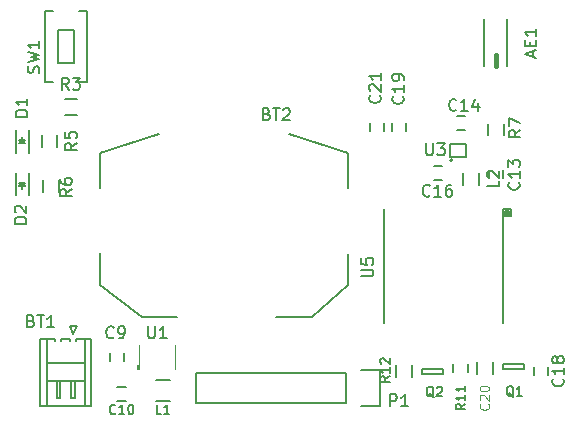
<source format=gto>
G04 #@! TF.FileFunction,Legend,Top*
%FSLAX46Y46*%
G04 Gerber Fmt 4.6, Leading zero omitted, Abs format (unit mm)*
G04 Created by KiCad (PCBNEW 4.0.5+dfsg1-4~bpo8+1) date Wed Oct 25 14:31:00 2017*
%MOMM*%
%LPD*%
G01*
G04 APERTURE LIST*
%ADD10C,0.100000*%
%ADD11C,0.150000*%
%ADD12C,0.200000*%
%ADD13C,0.400000*%
G04 APERTURE END LIST*
D10*
D11*
X93150000Y-88450000D02*
X93150000Y-88300000D01*
X93150000Y-88300000D02*
X94450000Y-88300000D01*
X94450000Y-88300000D02*
X94450000Y-93900000D01*
X94450000Y-93900000D02*
X90100000Y-93900000D01*
X90100000Y-93900000D02*
X90100000Y-88300000D01*
X90100000Y-88300000D02*
X91400000Y-88300000D01*
X91400000Y-88300000D02*
X91400000Y-88450000D01*
X93900000Y-91800000D02*
X90650000Y-91800000D01*
X93900000Y-90300000D02*
X90650000Y-90300000D01*
X93900000Y-93900000D02*
X93900000Y-88300000D01*
X90650000Y-93900000D02*
X90650000Y-88300000D01*
X92900000Y-91800000D02*
X93050000Y-91800000D01*
X93050000Y-91800000D02*
X93050000Y-93262500D01*
X93050000Y-93262500D02*
X92900000Y-93300000D01*
X92900000Y-93300000D02*
X92750000Y-93262500D01*
X92750000Y-93262500D02*
X92750000Y-91800000D01*
X92750000Y-91800000D02*
X92900000Y-91800000D01*
X91650000Y-91800000D02*
X91800000Y-91800000D01*
X91800000Y-91800000D02*
X91800000Y-93262500D01*
X91800000Y-93262500D02*
X91650000Y-93300000D01*
X91650000Y-93300000D02*
X91500000Y-93262500D01*
X91500000Y-93262500D02*
X91500000Y-91800000D01*
X91500000Y-91800000D02*
X91650000Y-91800000D01*
X92650000Y-88450000D02*
X92650000Y-88300000D01*
X92650000Y-88300000D02*
X91900000Y-88300000D01*
X91900000Y-88300000D02*
X91900000Y-88450000D01*
X92900000Y-87800000D02*
X93200000Y-87200000D01*
X93200000Y-87200000D02*
X92600000Y-87200000D01*
X92600000Y-87200000D02*
X92900000Y-87800000D01*
D12*
X129450000Y-77800000D02*
X129450000Y-77400000D01*
X129450000Y-77400000D02*
X129800000Y-77400000D01*
X129800000Y-77400000D02*
X129800000Y-77700000D01*
X129800000Y-77700000D02*
X129600000Y-77700000D01*
X129600000Y-77700000D02*
X129600000Y-77500000D01*
X129600000Y-77500000D02*
X129700000Y-77500000D01*
X129300000Y-77250000D02*
X129950000Y-77250000D01*
X129950000Y-77250000D02*
X129950000Y-77850000D01*
X129950000Y-77850000D02*
X129300000Y-77850000D01*
X119200000Y-86950000D02*
X119200000Y-77250000D01*
X129300000Y-85300000D02*
X129300000Y-77250000D01*
X129300000Y-86950000D02*
X129300000Y-85300000D01*
X98700000Y-86400000D02*
X101700000Y-86400000D01*
X113100000Y-86400000D02*
X110100000Y-86400000D01*
X95200000Y-72500000D02*
X95200000Y-75500000D01*
X95200000Y-83700000D02*
X95200000Y-81000000D01*
X116200000Y-83700000D02*
X116200000Y-81100000D01*
X116200000Y-72500000D02*
X116200000Y-75500000D01*
X116200000Y-72500000D02*
X111200000Y-70900000D01*
X95200000Y-72500000D02*
X100200000Y-70900000D01*
X98700000Y-86400000D02*
X95200000Y-83700000D01*
X113100000Y-86400000D02*
X116200000Y-83700000D01*
D13*
X128670000Y-65190000D02*
X128670000Y-64190000D01*
D12*
X129670000Y-61190000D02*
X129670000Y-65190000D01*
X127670000Y-65190000D02*
X127670000Y-61190000D01*
D11*
X96000000Y-90150000D02*
X96000000Y-89450000D01*
X97200000Y-89450000D02*
X97200000Y-90150000D01*
X97350000Y-93500000D02*
X96650000Y-93500000D01*
X96650000Y-92300000D02*
X97350000Y-92300000D01*
X129330000Y-73960000D02*
X129330000Y-74660000D01*
X128130000Y-74660000D02*
X128130000Y-73960000D01*
X126100000Y-70550000D02*
X125400000Y-70550000D01*
X125400000Y-69350000D02*
X126100000Y-69350000D01*
X124150000Y-74800000D02*
X123450000Y-74800000D01*
X123450000Y-73600000D02*
X124150000Y-73600000D01*
X133100000Y-90650000D02*
X133100000Y-91350000D01*
X131900000Y-91350000D02*
X131900000Y-90650000D01*
X119900000Y-70650000D02*
X119900000Y-69950000D01*
X121100000Y-69950000D02*
X121100000Y-70650000D01*
X126300000Y-90350000D02*
X126300000Y-91050000D01*
X125100000Y-91050000D02*
X125100000Y-90350000D01*
X118000000Y-70650000D02*
X118000000Y-69950000D01*
X119200000Y-69950000D02*
X119200000Y-70650000D01*
X89150000Y-72500000D02*
X89150000Y-70600000D01*
X88050000Y-72500000D02*
X88050000Y-70600000D01*
X88600000Y-71600000D02*
X88600000Y-71150000D01*
X88350000Y-71650000D02*
X88850000Y-71650000D01*
X88600000Y-71650000D02*
X88350000Y-71400000D01*
X88350000Y-71400000D02*
X88850000Y-71400000D01*
X88850000Y-71400000D02*
X88600000Y-71650000D01*
X88050000Y-74200000D02*
X88050000Y-76100000D01*
X89150000Y-74200000D02*
X89150000Y-76100000D01*
X88600000Y-75100000D02*
X88600000Y-75550000D01*
X88850000Y-75050000D02*
X88350000Y-75050000D01*
X88600000Y-75050000D02*
X88850000Y-75300000D01*
X88850000Y-75300000D02*
X88350000Y-75300000D01*
X88350000Y-75300000D02*
X88600000Y-75050000D01*
X101100000Y-93475000D02*
X99900000Y-93475000D01*
X99900000Y-91725000D02*
X101100000Y-91725000D01*
X116030000Y-93670000D02*
X103330000Y-93670000D01*
X103330000Y-93670000D02*
X103330000Y-91130000D01*
X103330000Y-91130000D02*
X116030000Y-91130000D01*
X118850000Y-93950000D02*
X117300000Y-93950000D01*
X116030000Y-93670000D02*
X116030000Y-91130000D01*
X117300000Y-90850000D02*
X118850000Y-90850000D01*
X118850000Y-90850000D02*
X118850000Y-93950000D01*
X129300000Y-90800000D02*
X131100000Y-90800000D01*
X131100000Y-90800000D02*
X131100000Y-90400000D01*
X131100000Y-90400000D02*
X129300000Y-90400000D01*
X129300000Y-90400000D02*
X129300000Y-90800000D01*
X122400000Y-91200000D02*
X124200000Y-91200000D01*
X124200000Y-91200000D02*
X124200000Y-90800000D01*
X124200000Y-90800000D02*
X122400000Y-90800000D01*
X122400000Y-90800000D02*
X122400000Y-91200000D01*
X93200000Y-69275000D02*
X92200000Y-69275000D01*
X92200000Y-67925000D02*
X93200000Y-67925000D01*
X91575000Y-71000000D02*
X91575000Y-72000000D01*
X90225000Y-72000000D02*
X90225000Y-71000000D01*
X91675000Y-74800000D02*
X91675000Y-75800000D01*
X90325000Y-75800000D02*
X90325000Y-74800000D01*
X129345000Y-70020000D02*
X129345000Y-71020000D01*
X127995000Y-71020000D02*
X127995000Y-70020000D01*
X128475000Y-90200000D02*
X128475000Y-91200000D01*
X127125000Y-91200000D02*
X127125000Y-90200000D01*
X121575000Y-90500000D02*
X121575000Y-91500000D01*
X120225000Y-91500000D02*
X120225000Y-90500000D01*
X91600000Y-64900000D02*
X91600000Y-62100000D01*
X91600000Y-62100000D02*
X93000000Y-62100000D01*
X93000000Y-62100000D02*
X93000000Y-64900000D01*
X93000000Y-64900000D02*
X91600000Y-64900000D01*
X90550000Y-60500000D02*
X91200000Y-60500000D01*
X94050000Y-60500000D02*
X93400000Y-60500000D01*
X93400000Y-66500000D02*
X94050000Y-66500000D01*
X90550000Y-66500000D02*
X91200000Y-66500000D01*
X90550000Y-60500000D02*
X90550000Y-66500000D01*
X94050000Y-66500000D02*
X94050000Y-60500000D01*
D10*
X98400000Y-90800000D02*
X98300000Y-90800000D01*
X98300000Y-90800000D02*
X98300000Y-90500000D01*
X98300000Y-90500000D02*
X98400000Y-90500000D01*
X98500000Y-90800000D02*
X98400000Y-90800000D01*
X98400000Y-90800000D02*
X98400000Y-90500000D01*
X98400000Y-90500000D02*
X98500000Y-90500000D01*
X101500000Y-90800000D02*
X101500000Y-88800000D01*
X98500000Y-90800000D02*
X98500000Y-88800000D01*
D11*
X125925000Y-75200000D02*
X125925000Y-74200000D01*
X127275000Y-74200000D02*
X127275000Y-75200000D01*
X125025000Y-73125000D02*
G75*
G03X125025000Y-73125000I-100000J0D01*
G01*
X124825000Y-72850000D02*
X124825000Y-71775000D01*
X124825000Y-71750000D02*
X126175000Y-71750000D01*
X126175000Y-71750000D02*
X126175000Y-72825000D01*
X126175000Y-72850000D02*
X124825000Y-72850000D01*
X89334286Y-86718571D02*
X89477143Y-86766190D01*
X89524762Y-86813810D01*
X89572381Y-86909048D01*
X89572381Y-87051905D01*
X89524762Y-87147143D01*
X89477143Y-87194762D01*
X89381905Y-87242381D01*
X89000952Y-87242381D01*
X89000952Y-86242381D01*
X89334286Y-86242381D01*
X89429524Y-86290000D01*
X89477143Y-86337619D01*
X89524762Y-86432857D01*
X89524762Y-86528095D01*
X89477143Y-86623333D01*
X89429524Y-86670952D01*
X89334286Y-86718571D01*
X89000952Y-86718571D01*
X89858095Y-86242381D02*
X90429524Y-86242381D01*
X90143809Y-87242381D02*
X90143809Y-86242381D01*
X91286667Y-87242381D02*
X90715238Y-87242381D01*
X91000952Y-87242381D02*
X91000952Y-86242381D01*
X90905714Y-86385238D01*
X90810476Y-86480476D01*
X90715238Y-86528095D01*
X117302381Y-82961905D02*
X118111905Y-82961905D01*
X118207143Y-82914286D01*
X118254762Y-82866667D01*
X118302381Y-82771429D01*
X118302381Y-82580952D01*
X118254762Y-82485714D01*
X118207143Y-82438095D01*
X118111905Y-82390476D01*
X117302381Y-82390476D01*
X117302381Y-81438095D02*
X117302381Y-81914286D01*
X117778571Y-81961905D01*
X117730952Y-81914286D01*
X117683333Y-81819048D01*
X117683333Y-81580952D01*
X117730952Y-81485714D01*
X117778571Y-81438095D01*
X117873810Y-81390476D01*
X118111905Y-81390476D01*
X118207143Y-81438095D01*
X118254762Y-81485714D01*
X118302381Y-81580952D01*
X118302381Y-81819048D01*
X118254762Y-81914286D01*
X118207143Y-81961905D01*
X109294286Y-69218571D02*
X109437143Y-69266190D01*
X109484762Y-69313810D01*
X109532381Y-69409048D01*
X109532381Y-69551905D01*
X109484762Y-69647143D01*
X109437143Y-69694762D01*
X109341905Y-69742381D01*
X108960952Y-69742381D01*
X108960952Y-68742381D01*
X109294286Y-68742381D01*
X109389524Y-68790000D01*
X109437143Y-68837619D01*
X109484762Y-68932857D01*
X109484762Y-69028095D01*
X109437143Y-69123333D01*
X109389524Y-69170952D01*
X109294286Y-69218571D01*
X108960952Y-69218571D01*
X109818095Y-68742381D02*
X110389524Y-68742381D01*
X110103809Y-69742381D02*
X110103809Y-68742381D01*
X110675238Y-68837619D02*
X110722857Y-68790000D01*
X110818095Y-68742381D01*
X111056191Y-68742381D01*
X111151429Y-68790000D01*
X111199048Y-68837619D01*
X111246667Y-68932857D01*
X111246667Y-69028095D01*
X111199048Y-69170952D01*
X110627619Y-69742381D01*
X111246667Y-69742381D01*
X131836667Y-64356667D02*
X131836667Y-63880476D01*
X132122381Y-64451905D02*
X131122381Y-64118572D01*
X132122381Y-63785238D01*
X131598571Y-63451905D02*
X131598571Y-63118571D01*
X132122381Y-62975714D02*
X132122381Y-63451905D01*
X131122381Y-63451905D01*
X131122381Y-62975714D01*
X132122381Y-62023333D02*
X132122381Y-62594762D01*
X132122381Y-62309048D02*
X131122381Y-62309048D01*
X131265238Y-62404286D01*
X131360476Y-62499524D01*
X131408095Y-62594762D01*
X96333334Y-88107143D02*
X96285715Y-88154762D01*
X96142858Y-88202381D01*
X96047620Y-88202381D01*
X95904762Y-88154762D01*
X95809524Y-88059524D01*
X95761905Y-87964286D01*
X95714286Y-87773810D01*
X95714286Y-87630952D01*
X95761905Y-87440476D01*
X95809524Y-87345238D01*
X95904762Y-87250000D01*
X96047620Y-87202381D01*
X96142858Y-87202381D01*
X96285715Y-87250000D01*
X96333334Y-87297619D01*
X96809524Y-88202381D02*
X97000000Y-88202381D01*
X97095239Y-88154762D01*
X97142858Y-88107143D01*
X97238096Y-87964286D01*
X97285715Y-87773810D01*
X97285715Y-87392857D01*
X97238096Y-87297619D01*
X97190477Y-87250000D01*
X97095239Y-87202381D01*
X96904762Y-87202381D01*
X96809524Y-87250000D01*
X96761905Y-87297619D01*
X96714286Y-87392857D01*
X96714286Y-87630952D01*
X96761905Y-87726190D01*
X96809524Y-87773810D01*
X96904762Y-87821429D01*
X97095239Y-87821429D01*
X97190477Y-87773810D01*
X97238096Y-87726190D01*
X97285715Y-87630952D01*
X96485714Y-94535714D02*
X96447619Y-94573810D01*
X96333333Y-94611905D01*
X96257143Y-94611905D01*
X96142857Y-94573810D01*
X96066666Y-94497619D01*
X96028571Y-94421429D01*
X95990476Y-94269048D01*
X95990476Y-94154762D01*
X96028571Y-94002381D01*
X96066666Y-93926190D01*
X96142857Y-93850000D01*
X96257143Y-93811905D01*
X96333333Y-93811905D01*
X96447619Y-93850000D01*
X96485714Y-93888095D01*
X97247619Y-94611905D02*
X96790476Y-94611905D01*
X97019047Y-94611905D02*
X97019047Y-93811905D01*
X96942857Y-93926190D01*
X96866666Y-94002381D01*
X96790476Y-94040476D01*
X97742857Y-93811905D02*
X97819048Y-93811905D01*
X97895238Y-93850000D01*
X97933333Y-93888095D01*
X97971429Y-93964286D01*
X98009524Y-94116667D01*
X98009524Y-94307143D01*
X97971429Y-94459524D01*
X97933333Y-94535714D01*
X97895238Y-94573810D01*
X97819048Y-94611905D01*
X97742857Y-94611905D01*
X97666667Y-94573810D01*
X97628571Y-94535714D01*
X97590476Y-94459524D01*
X97552381Y-94307143D01*
X97552381Y-94116667D01*
X97590476Y-93964286D01*
X97628571Y-93888095D01*
X97666667Y-93850000D01*
X97742857Y-93811905D01*
X130637143Y-74992857D02*
X130684762Y-75040476D01*
X130732381Y-75183333D01*
X130732381Y-75278571D01*
X130684762Y-75421429D01*
X130589524Y-75516667D01*
X130494286Y-75564286D01*
X130303810Y-75611905D01*
X130160952Y-75611905D01*
X129970476Y-75564286D01*
X129875238Y-75516667D01*
X129780000Y-75421429D01*
X129732381Y-75278571D01*
X129732381Y-75183333D01*
X129780000Y-75040476D01*
X129827619Y-74992857D01*
X130732381Y-74040476D02*
X130732381Y-74611905D01*
X130732381Y-74326191D02*
X129732381Y-74326191D01*
X129875238Y-74421429D01*
X129970476Y-74516667D01*
X130018095Y-74611905D01*
X129732381Y-73707143D02*
X129732381Y-73088095D01*
X130113333Y-73421429D01*
X130113333Y-73278571D01*
X130160952Y-73183333D01*
X130208571Y-73135714D01*
X130303810Y-73088095D01*
X130541905Y-73088095D01*
X130637143Y-73135714D01*
X130684762Y-73183333D01*
X130732381Y-73278571D01*
X130732381Y-73564286D01*
X130684762Y-73659524D01*
X130637143Y-73707143D01*
X125357143Y-68857143D02*
X125309524Y-68904762D01*
X125166667Y-68952381D01*
X125071429Y-68952381D01*
X124928571Y-68904762D01*
X124833333Y-68809524D01*
X124785714Y-68714286D01*
X124738095Y-68523810D01*
X124738095Y-68380952D01*
X124785714Y-68190476D01*
X124833333Y-68095238D01*
X124928571Y-68000000D01*
X125071429Y-67952381D01*
X125166667Y-67952381D01*
X125309524Y-68000000D01*
X125357143Y-68047619D01*
X126309524Y-68952381D02*
X125738095Y-68952381D01*
X126023809Y-68952381D02*
X126023809Y-67952381D01*
X125928571Y-68095238D01*
X125833333Y-68190476D01*
X125738095Y-68238095D01*
X127166667Y-68285714D02*
X127166667Y-68952381D01*
X126928571Y-67904762D02*
X126690476Y-68619048D01*
X127309524Y-68619048D01*
X123107143Y-76107143D02*
X123059524Y-76154762D01*
X122916667Y-76202381D01*
X122821429Y-76202381D01*
X122678571Y-76154762D01*
X122583333Y-76059524D01*
X122535714Y-75964286D01*
X122488095Y-75773810D01*
X122488095Y-75630952D01*
X122535714Y-75440476D01*
X122583333Y-75345238D01*
X122678571Y-75250000D01*
X122821429Y-75202381D01*
X122916667Y-75202381D01*
X123059524Y-75250000D01*
X123107143Y-75297619D01*
X124059524Y-76202381D02*
X123488095Y-76202381D01*
X123773809Y-76202381D02*
X123773809Y-75202381D01*
X123678571Y-75345238D01*
X123583333Y-75440476D01*
X123488095Y-75488095D01*
X124916667Y-75202381D02*
X124726190Y-75202381D01*
X124630952Y-75250000D01*
X124583333Y-75297619D01*
X124488095Y-75440476D01*
X124440476Y-75630952D01*
X124440476Y-76011905D01*
X124488095Y-76107143D01*
X124535714Y-76154762D01*
X124630952Y-76202381D01*
X124821429Y-76202381D01*
X124916667Y-76154762D01*
X124964286Y-76107143D01*
X125011905Y-76011905D01*
X125011905Y-75773810D01*
X124964286Y-75678571D01*
X124916667Y-75630952D01*
X124821429Y-75583333D01*
X124630952Y-75583333D01*
X124535714Y-75630952D01*
X124488095Y-75678571D01*
X124440476Y-75773810D01*
X134357143Y-91642857D02*
X134404762Y-91690476D01*
X134452381Y-91833333D01*
X134452381Y-91928571D01*
X134404762Y-92071429D01*
X134309524Y-92166667D01*
X134214286Y-92214286D01*
X134023810Y-92261905D01*
X133880952Y-92261905D01*
X133690476Y-92214286D01*
X133595238Y-92166667D01*
X133500000Y-92071429D01*
X133452381Y-91928571D01*
X133452381Y-91833333D01*
X133500000Y-91690476D01*
X133547619Y-91642857D01*
X134452381Y-90690476D02*
X134452381Y-91261905D01*
X134452381Y-90976191D02*
X133452381Y-90976191D01*
X133595238Y-91071429D01*
X133690476Y-91166667D01*
X133738095Y-91261905D01*
X133880952Y-90119048D02*
X133833333Y-90214286D01*
X133785714Y-90261905D01*
X133690476Y-90309524D01*
X133642857Y-90309524D01*
X133547619Y-90261905D01*
X133500000Y-90214286D01*
X133452381Y-90119048D01*
X133452381Y-89928571D01*
X133500000Y-89833333D01*
X133547619Y-89785714D01*
X133642857Y-89738095D01*
X133690476Y-89738095D01*
X133785714Y-89785714D01*
X133833333Y-89833333D01*
X133880952Y-89928571D01*
X133880952Y-90119048D01*
X133928571Y-90214286D01*
X133976190Y-90261905D01*
X134071429Y-90309524D01*
X134261905Y-90309524D01*
X134357143Y-90261905D01*
X134404762Y-90214286D01*
X134452381Y-90119048D01*
X134452381Y-89928571D01*
X134404762Y-89833333D01*
X134357143Y-89785714D01*
X134261905Y-89738095D01*
X134071429Y-89738095D01*
X133976190Y-89785714D01*
X133928571Y-89833333D01*
X133880952Y-89928571D01*
X120807143Y-67722857D02*
X120854762Y-67770476D01*
X120902381Y-67913333D01*
X120902381Y-68008571D01*
X120854762Y-68151429D01*
X120759524Y-68246667D01*
X120664286Y-68294286D01*
X120473810Y-68341905D01*
X120330952Y-68341905D01*
X120140476Y-68294286D01*
X120045238Y-68246667D01*
X119950000Y-68151429D01*
X119902381Y-68008571D01*
X119902381Y-67913333D01*
X119950000Y-67770476D01*
X119997619Y-67722857D01*
X120902381Y-66770476D02*
X120902381Y-67341905D01*
X120902381Y-67056191D02*
X119902381Y-67056191D01*
X120045238Y-67151429D01*
X120140476Y-67246667D01*
X120188095Y-67341905D01*
X120902381Y-66294286D02*
X120902381Y-66103810D01*
X120854762Y-66008571D01*
X120807143Y-65960952D01*
X120664286Y-65865714D01*
X120473810Y-65818095D01*
X120092857Y-65818095D01*
X119997619Y-65865714D01*
X119950000Y-65913333D01*
X119902381Y-66008571D01*
X119902381Y-66199048D01*
X119950000Y-66294286D01*
X119997619Y-66341905D01*
X120092857Y-66389524D01*
X120330952Y-66389524D01*
X120426190Y-66341905D01*
X120473810Y-66294286D01*
X120521429Y-66199048D01*
X120521429Y-66008571D01*
X120473810Y-65913333D01*
X120426190Y-65865714D01*
X120330952Y-65818095D01*
D10*
X128035714Y-93764286D02*
X128073810Y-93802381D01*
X128111905Y-93916667D01*
X128111905Y-93992857D01*
X128073810Y-94107143D01*
X127997619Y-94183334D01*
X127921429Y-94221429D01*
X127769048Y-94259524D01*
X127654762Y-94259524D01*
X127502381Y-94221429D01*
X127426190Y-94183334D01*
X127350000Y-94107143D01*
X127311905Y-93992857D01*
X127311905Y-93916667D01*
X127350000Y-93802381D01*
X127388095Y-93764286D01*
X127388095Y-93459524D02*
X127350000Y-93421429D01*
X127311905Y-93345238D01*
X127311905Y-93154762D01*
X127350000Y-93078572D01*
X127388095Y-93040476D01*
X127464286Y-93002381D01*
X127540476Y-93002381D01*
X127654762Y-93040476D01*
X128111905Y-93497619D01*
X128111905Y-93002381D01*
X127311905Y-92507143D02*
X127311905Y-92430952D01*
X127350000Y-92354762D01*
X127388095Y-92316667D01*
X127464286Y-92278571D01*
X127616667Y-92240476D01*
X127807143Y-92240476D01*
X127959524Y-92278571D01*
X128035714Y-92316667D01*
X128073810Y-92354762D01*
X128111905Y-92430952D01*
X128111905Y-92507143D01*
X128073810Y-92583333D01*
X128035714Y-92621429D01*
X127959524Y-92659524D01*
X127807143Y-92697619D01*
X127616667Y-92697619D01*
X127464286Y-92659524D01*
X127388095Y-92621429D01*
X127350000Y-92583333D01*
X127311905Y-92507143D01*
D11*
X118877143Y-67642857D02*
X118924762Y-67690476D01*
X118972381Y-67833333D01*
X118972381Y-67928571D01*
X118924762Y-68071429D01*
X118829524Y-68166667D01*
X118734286Y-68214286D01*
X118543810Y-68261905D01*
X118400952Y-68261905D01*
X118210476Y-68214286D01*
X118115238Y-68166667D01*
X118020000Y-68071429D01*
X117972381Y-67928571D01*
X117972381Y-67833333D01*
X118020000Y-67690476D01*
X118067619Y-67642857D01*
X118067619Y-67261905D02*
X118020000Y-67214286D01*
X117972381Y-67119048D01*
X117972381Y-66880952D01*
X118020000Y-66785714D01*
X118067619Y-66738095D01*
X118162857Y-66690476D01*
X118258095Y-66690476D01*
X118400952Y-66738095D01*
X118972381Y-67309524D01*
X118972381Y-66690476D01*
X118972381Y-65738095D02*
X118972381Y-66309524D01*
X118972381Y-66023810D02*
X117972381Y-66023810D01*
X118115238Y-66119048D01*
X118210476Y-66214286D01*
X118258095Y-66309524D01*
X89032381Y-69428095D02*
X88032381Y-69428095D01*
X88032381Y-69190000D01*
X88080000Y-69047142D01*
X88175238Y-68951904D01*
X88270476Y-68904285D01*
X88460952Y-68856666D01*
X88603810Y-68856666D01*
X88794286Y-68904285D01*
X88889524Y-68951904D01*
X88984762Y-69047142D01*
X89032381Y-69190000D01*
X89032381Y-69428095D01*
X89032381Y-67904285D02*
X89032381Y-68475714D01*
X89032381Y-68190000D02*
X88032381Y-68190000D01*
X88175238Y-68285238D01*
X88270476Y-68380476D01*
X88318095Y-68475714D01*
X88952381Y-78488095D02*
X87952381Y-78488095D01*
X87952381Y-78250000D01*
X88000000Y-78107142D01*
X88095238Y-78011904D01*
X88190476Y-77964285D01*
X88380952Y-77916666D01*
X88523810Y-77916666D01*
X88714286Y-77964285D01*
X88809524Y-78011904D01*
X88904762Y-78107142D01*
X88952381Y-78250000D01*
X88952381Y-78488095D01*
X88047619Y-77535714D02*
X88000000Y-77488095D01*
X87952381Y-77392857D01*
X87952381Y-77154761D01*
X88000000Y-77059523D01*
X88047619Y-77011904D01*
X88142857Y-76964285D01*
X88238095Y-76964285D01*
X88380952Y-77011904D01*
X88952381Y-77583333D01*
X88952381Y-76964285D01*
X100366667Y-94611905D02*
X99985714Y-94611905D01*
X99985714Y-93811905D01*
X101052381Y-94611905D02*
X100595238Y-94611905D01*
X100823809Y-94611905D02*
X100823809Y-93811905D01*
X100747619Y-93926190D01*
X100671428Y-94002381D01*
X100595238Y-94040476D01*
X119731905Y-93952381D02*
X119731905Y-92952381D01*
X120112858Y-92952381D01*
X120208096Y-93000000D01*
X120255715Y-93047619D01*
X120303334Y-93142857D01*
X120303334Y-93285714D01*
X120255715Y-93380952D01*
X120208096Y-93428571D01*
X120112858Y-93476190D01*
X119731905Y-93476190D01*
X121255715Y-93952381D02*
X120684286Y-93952381D01*
X120970000Y-93952381D02*
X120970000Y-92952381D01*
X120874762Y-93095238D01*
X120779524Y-93190476D01*
X120684286Y-93238095D01*
X130183810Y-93138095D02*
X130107619Y-93100000D01*
X130031429Y-93023810D01*
X129917143Y-92909524D01*
X129840952Y-92871429D01*
X129764762Y-92871429D01*
X129802857Y-93061905D02*
X129726667Y-93023810D01*
X129650476Y-92947619D01*
X129612381Y-92795238D01*
X129612381Y-92528571D01*
X129650476Y-92376190D01*
X129726667Y-92300000D01*
X129802857Y-92261905D01*
X129955238Y-92261905D01*
X130031429Y-92300000D01*
X130107619Y-92376190D01*
X130145714Y-92528571D01*
X130145714Y-92795238D01*
X130107619Y-92947619D01*
X130031429Y-93023810D01*
X129955238Y-93061905D01*
X129802857Y-93061905D01*
X130907619Y-93061905D02*
X130450476Y-93061905D01*
X130679047Y-93061905D02*
X130679047Y-92261905D01*
X130602857Y-92376190D01*
X130526666Y-92452381D01*
X130450476Y-92490476D01*
X123423810Y-93188095D02*
X123347619Y-93150000D01*
X123271429Y-93073810D01*
X123157143Y-92959524D01*
X123080952Y-92921429D01*
X123004762Y-92921429D01*
X123042857Y-93111905D02*
X122966667Y-93073810D01*
X122890476Y-92997619D01*
X122852381Y-92845238D01*
X122852381Y-92578571D01*
X122890476Y-92426190D01*
X122966667Y-92350000D01*
X123042857Y-92311905D01*
X123195238Y-92311905D01*
X123271429Y-92350000D01*
X123347619Y-92426190D01*
X123385714Y-92578571D01*
X123385714Y-92845238D01*
X123347619Y-92997619D01*
X123271429Y-93073810D01*
X123195238Y-93111905D01*
X123042857Y-93111905D01*
X123690476Y-92388095D02*
X123728571Y-92350000D01*
X123804762Y-92311905D01*
X123995238Y-92311905D01*
X124071428Y-92350000D01*
X124109524Y-92388095D01*
X124147619Y-92464286D01*
X124147619Y-92540476D01*
X124109524Y-92654762D01*
X123652381Y-93111905D01*
X124147619Y-93111905D01*
X92533334Y-67152381D02*
X92200000Y-66676190D01*
X91961905Y-67152381D02*
X91961905Y-66152381D01*
X92342858Y-66152381D01*
X92438096Y-66200000D01*
X92485715Y-66247619D01*
X92533334Y-66342857D01*
X92533334Y-66485714D01*
X92485715Y-66580952D01*
X92438096Y-66628571D01*
X92342858Y-66676190D01*
X91961905Y-66676190D01*
X92866667Y-66152381D02*
X93485715Y-66152381D01*
X93152381Y-66533333D01*
X93295239Y-66533333D01*
X93390477Y-66580952D01*
X93438096Y-66628571D01*
X93485715Y-66723810D01*
X93485715Y-66961905D01*
X93438096Y-67057143D01*
X93390477Y-67104762D01*
X93295239Y-67152381D01*
X93009524Y-67152381D01*
X92914286Y-67104762D01*
X92866667Y-67057143D01*
X93202381Y-71666666D02*
X92726190Y-72000000D01*
X93202381Y-72238095D02*
X92202381Y-72238095D01*
X92202381Y-71857142D01*
X92250000Y-71761904D01*
X92297619Y-71714285D01*
X92392857Y-71666666D01*
X92535714Y-71666666D01*
X92630952Y-71714285D01*
X92678571Y-71761904D01*
X92726190Y-71857142D01*
X92726190Y-72238095D01*
X92202381Y-70761904D02*
X92202381Y-71238095D01*
X92678571Y-71285714D01*
X92630952Y-71238095D01*
X92583333Y-71142857D01*
X92583333Y-70904761D01*
X92630952Y-70809523D01*
X92678571Y-70761904D01*
X92773810Y-70714285D01*
X93011905Y-70714285D01*
X93107143Y-70761904D01*
X93154762Y-70809523D01*
X93202381Y-70904761D01*
X93202381Y-71142857D01*
X93154762Y-71238095D01*
X93107143Y-71285714D01*
X92802381Y-75566666D02*
X92326190Y-75900000D01*
X92802381Y-76138095D02*
X91802381Y-76138095D01*
X91802381Y-75757142D01*
X91850000Y-75661904D01*
X91897619Y-75614285D01*
X91992857Y-75566666D01*
X92135714Y-75566666D01*
X92230952Y-75614285D01*
X92278571Y-75661904D01*
X92326190Y-75757142D01*
X92326190Y-76138095D01*
X91802381Y-74709523D02*
X91802381Y-74900000D01*
X91850000Y-74995238D01*
X91897619Y-75042857D01*
X92040476Y-75138095D01*
X92230952Y-75185714D01*
X92611905Y-75185714D01*
X92707143Y-75138095D01*
X92754762Y-75090476D01*
X92802381Y-74995238D01*
X92802381Y-74804761D01*
X92754762Y-74709523D01*
X92707143Y-74661904D01*
X92611905Y-74614285D01*
X92373810Y-74614285D01*
X92278571Y-74661904D01*
X92230952Y-74709523D01*
X92183333Y-74804761D01*
X92183333Y-74995238D01*
X92230952Y-75090476D01*
X92278571Y-75138095D01*
X92373810Y-75185714D01*
X130772381Y-70586666D02*
X130296190Y-70920000D01*
X130772381Y-71158095D02*
X129772381Y-71158095D01*
X129772381Y-70777142D01*
X129820000Y-70681904D01*
X129867619Y-70634285D01*
X129962857Y-70586666D01*
X130105714Y-70586666D01*
X130200952Y-70634285D01*
X130248571Y-70681904D01*
X130296190Y-70777142D01*
X130296190Y-71158095D01*
X129772381Y-70253333D02*
X129772381Y-69586666D01*
X130772381Y-70015238D01*
X126111905Y-93764286D02*
X125730952Y-94030953D01*
X126111905Y-94221429D02*
X125311905Y-94221429D01*
X125311905Y-93916667D01*
X125350000Y-93840476D01*
X125388095Y-93802381D01*
X125464286Y-93764286D01*
X125578571Y-93764286D01*
X125654762Y-93802381D01*
X125692857Y-93840476D01*
X125730952Y-93916667D01*
X125730952Y-94221429D01*
X126111905Y-93002381D02*
X126111905Y-93459524D01*
X126111905Y-93230953D02*
X125311905Y-93230953D01*
X125426190Y-93307143D01*
X125502381Y-93383334D01*
X125540476Y-93459524D01*
X126111905Y-92240476D02*
X126111905Y-92697619D01*
X126111905Y-92469048D02*
X125311905Y-92469048D01*
X125426190Y-92545238D01*
X125502381Y-92621429D01*
X125540476Y-92697619D01*
X119691905Y-91424286D02*
X119310952Y-91690953D01*
X119691905Y-91881429D02*
X118891905Y-91881429D01*
X118891905Y-91576667D01*
X118930000Y-91500476D01*
X118968095Y-91462381D01*
X119044286Y-91424286D01*
X119158571Y-91424286D01*
X119234762Y-91462381D01*
X119272857Y-91500476D01*
X119310952Y-91576667D01*
X119310952Y-91881429D01*
X119691905Y-90662381D02*
X119691905Y-91119524D01*
X119691905Y-90890953D02*
X118891905Y-90890953D01*
X119006190Y-90967143D01*
X119082381Y-91043334D01*
X119120476Y-91119524D01*
X118968095Y-90357619D02*
X118930000Y-90319524D01*
X118891905Y-90243333D01*
X118891905Y-90052857D01*
X118930000Y-89976667D01*
X118968095Y-89938571D01*
X119044286Y-89900476D01*
X119120476Y-89900476D01*
X119234762Y-89938571D01*
X119691905Y-90395714D01*
X119691905Y-89900476D01*
X90004762Y-65733333D02*
X90052381Y-65590476D01*
X90052381Y-65352380D01*
X90004762Y-65257142D01*
X89957143Y-65209523D01*
X89861905Y-65161904D01*
X89766667Y-65161904D01*
X89671429Y-65209523D01*
X89623810Y-65257142D01*
X89576190Y-65352380D01*
X89528571Y-65542857D01*
X89480952Y-65638095D01*
X89433333Y-65685714D01*
X89338095Y-65733333D01*
X89242857Y-65733333D01*
X89147619Y-65685714D01*
X89100000Y-65638095D01*
X89052381Y-65542857D01*
X89052381Y-65304761D01*
X89100000Y-65161904D01*
X89052381Y-64828571D02*
X90052381Y-64590476D01*
X89338095Y-64399999D01*
X90052381Y-64209523D01*
X89052381Y-63971428D01*
X90052381Y-63066666D02*
X90052381Y-63638095D01*
X90052381Y-63352381D02*
X89052381Y-63352381D01*
X89195238Y-63447619D01*
X89290476Y-63542857D01*
X89338095Y-63638095D01*
X99238095Y-87202381D02*
X99238095Y-88011905D01*
X99285714Y-88107143D01*
X99333333Y-88154762D01*
X99428571Y-88202381D01*
X99619048Y-88202381D01*
X99714286Y-88154762D01*
X99761905Y-88107143D01*
X99809524Y-88011905D01*
X99809524Y-87202381D01*
X100809524Y-88202381D02*
X100238095Y-88202381D01*
X100523809Y-88202381D02*
X100523809Y-87202381D01*
X100428571Y-87345238D01*
X100333333Y-87440476D01*
X100238095Y-87488095D01*
X128952381Y-74866666D02*
X128952381Y-75342857D01*
X127952381Y-75342857D01*
X128047619Y-74580952D02*
X128000000Y-74533333D01*
X127952381Y-74438095D01*
X127952381Y-74199999D01*
X128000000Y-74104761D01*
X128047619Y-74057142D01*
X128142857Y-74009523D01*
X128238095Y-74009523D01*
X128380952Y-74057142D01*
X128952381Y-74628571D01*
X128952381Y-74009523D01*
X122788095Y-71702381D02*
X122788095Y-72511905D01*
X122835714Y-72607143D01*
X122883333Y-72654762D01*
X122978571Y-72702381D01*
X123169048Y-72702381D01*
X123264286Y-72654762D01*
X123311905Y-72607143D01*
X123359524Y-72511905D01*
X123359524Y-71702381D01*
X123740476Y-71702381D02*
X124359524Y-71702381D01*
X124026190Y-72083333D01*
X124169048Y-72083333D01*
X124264286Y-72130952D01*
X124311905Y-72178571D01*
X124359524Y-72273810D01*
X124359524Y-72511905D01*
X124311905Y-72607143D01*
X124264286Y-72654762D01*
X124169048Y-72702381D01*
X123883333Y-72702381D01*
X123788095Y-72654762D01*
X123740476Y-72607143D01*
M02*

</source>
